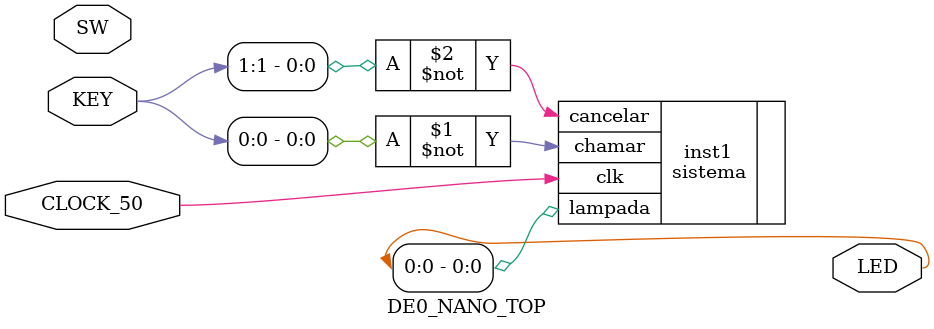
<source format=v>


module DE0_NANO_TOP(

	//////////// CLOCK //////////
	CLOCK_50,

	//////////// LED //////////
	LED,

	//////////// KEY //////////
	KEY,

	//////////// SW //////////
	SW
);

//=======================================================
//  PARAMETER declarations
//=======================================================


//=======================================================
//  PORT declarations
//=======================================================

//////////// CLOCK //////////
input 		          		CLOCK_50;

//////////// LED //////////
output		     [7:0]		LED;

//////////// KEY //////////
input 		     [1:0]		KEY;

//////////// SW //////////
input 		     [3:0]		SW;



//=======================================================
//  REG/WIRE declarations
//=======================================================



//=======================================================
//  Structural coding
//=======================================================


sistema inst1(
	.clk(CLOCK_50),
	.chamar(~KEY[0]),
	.cancelar(~KEY[1]),
	.lampada(LED[0])
);



endmodule

</source>
